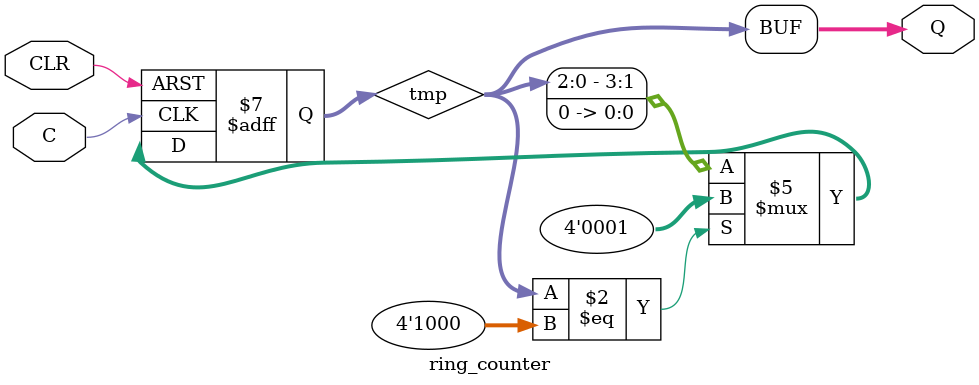
<source format=v>
module ring_counter (C, CLR, Q); 
input C, CLR; 
output [3:0] Q; 
reg [3:0] tmp; 

  always @(posedge C or posedge CLR )
	
    begin 
      if (CLR) 
        tmp = 4'b0001; 
      else 
		
			if(tmp == 4'b1000)
			tmp = 4'b0001;
			else
         tmp = tmp<<1; 
		  
      end 
  assign Q = tmp;
	
endmodule 
</source>
